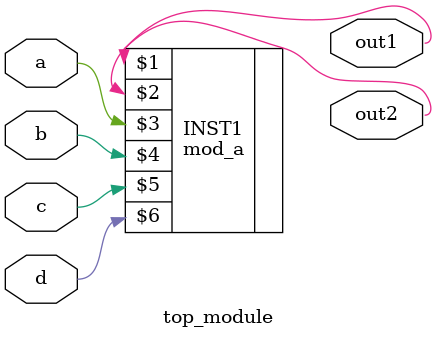
<source format=v>
module top_module ( 
    input a, 
    input b, 
    input c,
    input d,
    output out1,
    output out2
);
    mod_a INST1 (out1 , out2 , a ,b ,c ,d );

endmodule

</source>
